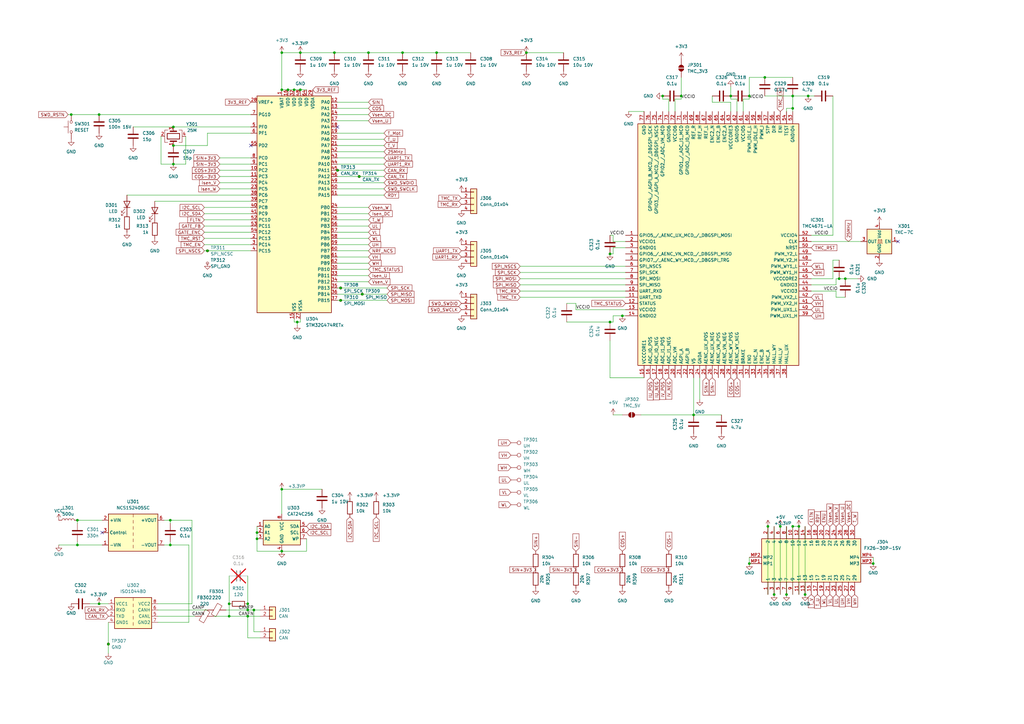
<source format=kicad_sch>
(kicad_sch (version 20231120) (generator "eeschema") (generator_version "8.0")
  (paper "A3")
  (junction (at 101.6 250.19))
  (junction (at 327.66 215.9))
  (junction (at 148.59 120.65))
  (junction (at 123.19 36.83))
  (junction (at 330.2 243.84))
  (junction (at 40.64 247.65))
  (junction (at 331.47 39.37))
  (junction (at 115.57 36.83))
  (junction (at 325.12 215.9))
  (junction (at 325.12 39.37))
  (junction (at 93.98 247.65))
  (junction (at 118.11 36.83))
  (junction (at 31.75 213.36))
  (junction (at 325.12 44.45))
  (junction (at 71.12 52.07))
  (junction (at 115.57 226.06))
  (junction (at 101.6 252.73))
  (junction (at 165.1 21.59))
  (junction (at 307.34 39.37))
  (junction (at 101.6 247.65))
  (junction (at 137.16 21.59))
  (junction (at 69.85 223.52))
  (junction (at 271.78 39.37))
  (junction (at 139.7 123.19))
  (junction (at 105.41 218.44))
  (junction (at 123.19 21.59))
  (junction (at 322.58 243.84))
  (junction (at 346.71 114.3))
  (junction (at 115.57 200.66))
  (junction (at 121.92 132.08))
  (junction (at 71.12 59.69))
  (junction (at 313.69 31.75))
  (junction (at 115.57 21.59))
  (junction (at 138.43 69.85))
  (junction (at 358.14 231.14))
  (junction (at 320.04 215.9))
  (junction (at 69.85 213.36))
  (junction (at 139.7 118.11))
  (junction (at 250.19 104.14))
  (junction (at 120.65 36.83))
  (junction (at 151.13 21.59))
  (junction (at 104.14 250.19))
  (junction (at 179.07 21.59))
  (junction (at 85.09 102.87))
  (junction (at 40.64 46.99))
  (junction (at 105.41 220.98))
  (junction (at 147.32 72.39))
  (junction (at 255.27 129.54))
  (junction (at 279.4 39.37))
  (junction (at 71.12 67.31))
  (junction (at 215.9 21.59))
  (junction (at 29.21 46.99))
  (junction (at 317.5 243.84))
  (junction (at 31.75 223.52))
  (junction (at 284.48 170.18))
  (junction (at 250.19 132.08))
  (junction (at 307.34 231.14))
  (junction (at 299.72 39.37))
  (junction (at 314.96 215.9))
  (junction (at 344.17 114.3))
  (junction (at 93.98 252.73))
  (junction (at 44.45 264.16))
  (no_connect (at 368.3 99.06))
  (no_connect (at 138.43 52.07))
  (no_connect (at 41.91 218.44))
  (no_connect (at 102.87 59.69))
  (wire (pts (xy 213.36 111.76) (xy 256.54 111.76)))
  (wire (pts (xy 151.13 21.59) (xy 165.1 21.59)))
  (wire (pts (xy 157.48 80.01) (xy 138.43 80.01)))
  (wire (pts (xy 292.1 41.91) (xy 292.1 39.37)))
  (wire (pts (xy 322.58 215.9) (xy 322.58 243.84)))
  (wire (pts (xy 93.98 236.22) (xy 93.98 247.65)))
  (wire (pts (xy 105.41 226.06) (xy 115.57 226.06)))
  (wire (pts (xy 90.17 72.39) (xy 102.87 72.39)))
  (wire (pts (xy 236.22 124.46) (xy 232.41 124.46)))
  (wire (pts (xy 115.57 36.83) (xy 118.11 36.83)))
  (wire (pts (xy 151.13 49.53) (xy 138.43 49.53)))
  (wire (pts (xy 327.66 215.9) (xy 325.12 215.9)))
  (wire (pts (xy 307.34 31.75) (xy 313.69 31.75)))
  (wire (pts (xy 325.12 44.45) (xy 325.12 39.37)))
  (wire (pts (xy 138.43 102.87) (xy 151.13 102.87)))
  (wire (pts (xy 284.48 170.18) (xy 284.48 154.94)))
  (wire (pts (xy 123.19 21.59) (xy 137.16 21.59)))
  (wire (pts (xy 40.64 46.99) (xy 102.87 46.99)))
  (wire (pts (xy 358.14 228.6) (xy 358.14 231.14)))
  (wire (pts (xy 299.72 45.72) (xy 299.72 41.91)))
  (wire (pts (xy 332.74 114.3) (xy 341.63 114.3)))
  (wire (pts (xy 123.19 132.08) (xy 123.19 130.81)))
  (wire (pts (xy 330.2 215.9) (xy 330.2 243.84)))
  (wire (pts (xy 287.02 154.94) (xy 287.02 163.83)))
  (wire (pts (xy 344.17 114.3) (xy 346.71 114.3)))
  (wire (pts (xy 158.75 118.11) (xy 139.7 118.11)))
  (wire (pts (xy 52.07 80.01) (xy 102.87 80.01)))
  (wire (pts (xy 132.08 200.66) (xy 115.57 200.66)))
  (wire (pts (xy 115.57 21.59) (xy 115.57 36.83)))
  (wire (pts (xy 342.9 121.92) (xy 346.71 121.92)))
  (wire (pts (xy 121.92 132.08) (xy 123.19 132.08)))
  (wire (pts (xy 256.54 101.6) (xy 251.46 101.6)))
  (wire (pts (xy 78.74 247.65) (xy 78.74 213.36)))
  (wire (pts (xy 251.46 101.6) (xy 251.46 104.14)))
  (wire (pts (xy 63.5 82.55) (xy 102.87 82.55)))
  (wire (pts (xy 151.13 44.45) (xy 138.43 44.45)))
  (wire (pts (xy 123.19 36.83) (xy 125.73 36.83)))
  (wire (pts (xy 262.89 170.18) (xy 284.48 170.18)))
  (wire (pts (xy 157.48 69.85) (xy 138.43 69.85)))
  (wire (pts (xy 69.85 222.25) (xy 69.85 223.52)))
  (wire (pts (xy 299.72 35.56) (xy 299.72 39.37)))
  (wire (pts (xy 105.41 220.98) (xy 105.41 226.06)))
  (wire (pts (xy 304.8 40.64) (xy 307.34 40.64)))
  (wire (pts (xy 69.85 223.52) (xy 77.47 223.52)))
  (wire (pts (xy 236.22 127) (xy 236.22 124.46)))
  (wire (pts (xy 83.82 97.79) (xy 102.87 97.79)))
  (wire (pts (xy 83.82 95.25) (xy 102.87 95.25)))
  (wire (pts (xy 69.85 213.36) (xy 69.85 214.63)))
  (wire (pts (xy 31.75 213.36) (xy 41.91 213.36)))
  (wire (pts (xy 250.19 132.08) (xy 251.46 132.08)))
  (wire (pts (xy 90.17 74.93) (xy 102.87 74.93)))
  (wire (pts (xy 92.71 250.19) (xy 101.6 250.19)))
  (wire (pts (xy 251.46 129.54) (xy 251.46 132.08)))
  (wire (pts (xy 342.9 119.38) (xy 342.9 121.92)))
  (wire (pts (xy 67.31 223.52) (xy 69.85 223.52)))
  (wire (pts (xy 24.13 223.52) (xy 31.75 223.52)))
  (wire (pts (xy 151.13 110.49) (xy 138.43 110.49)))
  (wire (pts (xy 302.26 45.72) (xy 302.26 40.64)))
  (wire (pts (xy 85.09 54.61) (xy 85.09 59.69)))
  (wire (pts (xy 151.13 95.25) (xy 138.43 95.25)))
  (wire (pts (xy 344.17 114.3) (xy 342.9 114.3)))
  (wire (pts (xy 31.75 223.52) (xy 41.91 223.52)))
  (wire (pts (xy 251.46 170.18) (xy 255.27 170.18)))
  (wire (pts (xy 313.69 39.37) (xy 325.12 39.37)))
  (wire (pts (xy 256.54 127) (xy 236.22 127)))
  (wire (pts (xy 151.13 105.41) (xy 138.43 105.41)))
  (wire (pts (xy 125.73 226.06) (xy 115.57 226.06)))
  (wire (pts (xy 147.32 72.39) (xy 138.43 72.39)))
  (wire (pts (xy 276.86 45.72) (xy 276.86 40.64)))
  (wire (pts (xy 344.17 106.68) (xy 341.63 106.68)))
  (wire (pts (xy 115.57 21.59) (xy 123.19 21.59)))
  (wire (pts (xy 31.75 213.36) (xy 31.75 214.63)))
  (wire (pts (xy 101.6 247.65) (xy 101.6 250.19)))
  (wire (pts (xy 106.68 259.08) (xy 104.14 259.08)))
  (wire (pts (xy 93.98 247.65) (xy 93.98 252.73)))
  (wire (pts (xy 157.48 54.61) (xy 138.43 54.61)))
  (wire (pts (xy 317.5 215.9) (xy 317.5 243.84)))
  (wire (pts (xy 325.12 39.37) (xy 331.47 39.37)))
  (wire (pts (xy 27.94 46.99) (xy 29.21 46.99)))
  (wire (pts (xy 213.36 109.22) (xy 256.54 109.22)))
  (wire (pts (xy 83.82 90.17) (xy 102.87 90.17)))
  (wire (pts (xy 256.54 99.06) (xy 251.46 99.06)))
  (wire (pts (xy 77.47 255.27) (xy 64.77 255.27)))
  (wire (pts (xy 157.48 74.93) (xy 138.43 74.93)))
  (wire (pts (xy 332.74 116.84) (xy 342.9 116.84)))
  (wire (pts (xy 125.73 220.98) (xy 125.73 226.06)))
  (wire (pts (xy 40.64 247.65) (xy 44.45 247.65)))
  (wire (pts (xy 64.77 252.73) (xy 80.01 252.73)))
  (wire (pts (xy 157.48 72.39) (xy 147.32 72.39)))
  (wire (pts (xy 148.59 120.65) (xy 158.75 120.65)))
  (wire (pts (xy 157.48 59.69) (xy 138.43 59.69)))
  (wire (pts (xy 90.17 64.77) (xy 102.87 64.77)))
  (wire (pts (xy 120.65 36.83) (xy 123.19 36.83)))
  (wire (pts (xy 151.13 90.17) (xy 138.43 90.17)))
  (wire (pts (xy 64.77 250.19) (xy 85.09 250.19)))
  (wire (pts (xy 215.9 21.59) (xy 231.14 21.59)))
  (wire (pts (xy 232.41 132.08) (xy 250.19 132.08)))
  (wire (pts (xy 101.6 236.22) (xy 101.6 247.65)))
  (wire (pts (xy 104.14 250.19) (xy 106.68 250.19)))
  (wire (pts (xy 322.58 44.45) (xy 325.12 44.45)))
  (wire (pts (xy 83.82 92.71) (xy 102.87 92.71)))
  (wire (pts (xy 138.43 120.65) (xy 148.59 120.65)))
  (wire (pts (xy 251.46 99.06) (xy 251.46 96.52)))
  (wire (pts (xy 85.09 59.69) (xy 71.12 59.69)))
  (wire (pts (xy 78.74 213.36) (xy 69.85 213.36)))
  (wire (pts (xy 69.85 213.36) (xy 67.31 213.36)))
  (wire (pts (xy 271.78 39.37) (xy 271.78 40.64)))
  (wire (pts (xy 118.11 36.83) (xy 120.65 36.83)))
  (wire (pts (xy 90.17 67.31) (xy 102.87 67.31)))
  (wire (pts (xy 44.45 267.97) (xy 44.45 264.16)))
  (wire (pts (xy 250.19 104.14) (xy 251.46 104.14)))
  (wire (pts (xy 31.75 223.52) (xy 31.75 222.25)))
  (wire (pts (xy 322.58 45.72) (xy 322.58 44.45)))
  (wire (pts (xy 106.68 261.62) (xy 101.6 261.62)))
  (wire (pts (xy 151.13 46.99) (xy 138.43 46.99)))
  (wire (pts (xy 120.65 132.08) (xy 121.92 132.08)))
  (wire (pts (xy 346.71 114.3) (xy 351.79 114.3)))
  (wire (pts (xy 302.26 40.64) (xy 299.72 40.64)))
  (wire (pts (xy 137.16 21.59) (xy 151.13 21.59)))
  (wire (pts (xy 165.1 21.59) (xy 179.07 21.59)))
  (wire (pts (xy 54.61 52.07) (xy 71.12 52.07)))
  (wire (pts (xy 120.65 132.08) (xy 120.65 130.81)))
  (wire (pts (xy 341.63 106.68) (xy 341.63 114.3)))
  (wire (pts (xy 151.13 87.63) (xy 138.43 87.63)))
  (wire (pts (xy 341.63 96.52) (xy 332.74 96.52)))
  (wire (pts (xy 213.36 119.38) (xy 256.54 119.38)))
  (wire (pts (xy 327.66 215.9) (xy 327.66 243.84)))
  (wire (pts (xy 213.36 121.92) (xy 256.54 121.92)))
  (wire (pts (xy 299.72 41.91) (xy 292.1 41.91)))
  (wire (pts (xy 139.7 118.11) (xy 138.43 118.11)))
  (wire (pts (xy 138.43 123.19) (xy 139.7 123.19)))
  (wire (pts (xy 307.34 40.64) (xy 307.34 39.37)))
  (wire (pts (xy 151.13 107.95) (xy 138.43 107.95)))
  (wire (pts (xy 151.13 113.03) (xy 138.43 113.03)))
  (wire (pts (xy 71.12 52.07) (xy 102.87 52.07)))
  (wire (pts (xy 341.63 39.37) (xy 341.63 96.52)))
  (wire (pts (xy 138.43 64.77) (xy 157.48 64.77)))
  (wire (pts (xy 66.04 67.31) (xy 71.12 67.31)))
  (wire (pts (xy 179.07 21.59) (xy 193.04 21.59)))
  (wire (pts (xy 29.21 46.99) (xy 40.64 46.99)))
  (wire (pts (xy 256.54 129.54) (xy 255.27 129.54)))
  (wire (pts (xy 157.48 62.23) (xy 138.43 62.23)))
  (wire (pts (xy 313.69 31.75) (xy 325.12 31.75)))
  (wire (pts (xy 157.48 57.15) (xy 138.43 57.15)))
  (wire (pts (xy 151.13 97.79) (xy 138.43 97.79)))
  (wire (pts (xy 213.36 116.84) (xy 256.54 116.84)))
  (wire (pts (xy 307.34 228.6) (xy 307.34 231.14)))
  (wire (pts (xy 101.6 252.73) (xy 106.68 252.73)))
  (wire (pts (xy 279.4 40.64) (xy 279.4 39.37)))
  (wire (pts (xy 83.82 85.09) (xy 102.87 85.09)))
  (wire (pts (xy 250.19 154.94) (xy 264.16 154.94)))
  (wire (pts (xy 274.32 45.72) (xy 274.32 40.64)))
  (wire (pts (xy 121.92 133.35) (xy 121.92 132.08)))
  (wire (pts (xy 90.17 69.85) (xy 102.87 69.85)))
  (wire (pts (xy 105.41 215.9) (xy 105.41 218.44)))
  (wire (pts (xy 85.09 102.87) (xy 102.87 102.87)))
  (wire (pts (xy 151.13 92.71) (xy 138.43 92.71)))
  (wire (pts (xy 36.83 247.65) (xy 40.64 247.65)))
  (wire (pts (xy 138.43 67.31) (xy 157.48 67.31)))
  (wire (pts (xy 251.46 96.52) (xy 250.19 96.52)))
  (wire (pts (xy 157.48 77.47) (xy 138.43 77.47)))
  (wire (pts (xy 151.13 100.33) (xy 138.43 100.33)))
  (wire (pts (xy 101.6 250.19) (xy 104.14 250.19)))
  (wire (pts (xy 342.9 116.84) (xy 342.9 114.3)))
  (wire (pts (xy 257.81 45.72) (xy 264.16 45.72)))
  (wire (pts (xy 77.47 223.52) (xy 77.47 255.27)))
  (wire (pts (xy 83.82 102.87) (xy 85.09 102.87)))
  (wire (pts (xy 76.2 55.88) (xy 76.2 67.31)))
  (wire (pts (xy 87.63 252.73) (xy 93.98 252.73)))
  (wire (pts (xy 90.17 77.47) (xy 102.87 77.47)))
  (wire (pts (xy 93.98 252.73) (xy 101.6 252.73)))
  (wire (pts (xy 279.4 31.75) (xy 279.4 39.37)))
  (wire (pts (xy 139.7 123.19) (xy 158.75 123.19)))
  (wire (pts (xy 64.77 247.65) (xy 78.74 247.65)))
  (wire (pts (xy 304.8 45.72) (xy 304.8 40.64)))
  (wire (pts (xy 66.04 55.88) (xy 66.04 67.31)))
  (wire (pts (xy 332.74 119.38) (xy 342.9 119.38)))
  (wire (pts (xy 104.14 259.08) (xy 104.14 250.19)))
  (wire (pts (xy 332.74 99.06) (xy 353.06 99.06)))
  (wire (pts (xy 284.48 170.18) (xy 295.91 170.18)))
  (wire (pts (xy 274.32 40.64) (xy 271.78 40.64)))
  (wire (pts (xy 213.36 114.3) (xy 256.54 114.3)))
  (wire (pts (xy 76.2 67.31) (xy 71.12 67.31)))
  (wire (pts (xy 105.41 218.44) (xy 105.41 220.98)))
  (wire (pts (xy 101.6 252.73) (xy 101.6 261.62)))
  (wire (pts (xy 151.13 41.91) (xy 138.43 41.91)))
  (wire (pts (xy 151.13 115.57) (xy 138.43 115.57)))
  (wire (pts (xy 320.04 215.9) (xy 320.04 243.84)))
  (wire (pts (xy 331.47 39.37) (xy 334.01 39.37)))
  (wire (pts (xy 44.45 264.16) (xy 44.45 255.27)))
  (wire (pts (xy 255.27 129.54) (xy 251.46 129.54)))
  (wire (pts (xy 83.82 87.63) (xy 102.87 87.63)))
  (wire (pts (xy 250.19 139.7) (xy 250.19 154.94)))
  (wire (pts (xy 325.12 45.72) (xy 325.12 44.45)))
  (wire (pts (xy 276.86 40.64) (xy 279.4 40.64)))
  (wire (pts (xy 307.34 39.37) (xy 307.34 31.75)))
  (wire (pts (xy 325.12 215.9) (xy 325.12 243.84)))
  (wire (pts (xy 83.82 100.33) (xy 102.87 100.33)))
  (wire (pts (xy 151.13 85.09) (xy 138.43 85.09)))
  (wire (pts (xy 115.57 200.66) (xy 115.57 210.82)))
  (wire (pts (xy 314.96 215.9) (xy 314.96 243.84)))
  (wire (pts (xy 299.72 39.37) (xy 299.72 40.64)))
  (wire (pts (xy 85.09 54.61) (xy 102.87 54.61)))
  (label "CANFP" (at 97.79 250.19 0))
  (label "CANP" (at 78.74 250.19 0))
  (label "VCCIO" (at 307.34 40.64 0))
  (label "VCCIO" (at 337.82 119.38 0))
  (label "VCCIO" (at 236.22 127 0))
  (label "VCCIO" (at 279.4 40.64 0))
  (label "VCCIO" (at 334.01 96.52 0))
  (label "CANN" (at 78.74 252.73 0))
  (label "VCCIO" (at 250.19 96.52 0))
  (label "CANFN" (at 97.79 252.73 0))
  (global_label "25MHz" (shape input) (at 347.98 99.06 90) (property "Intersheetrefs" "${INTERSHEET_REFS}" (effects (hide yes))))
  (global_label "WH" (shape input) (at 350.52 243.84 270) (property "Intersheetrefs" "${INTERSHEET_REFS}" (effects (hide yes))))
  (global_label "T_V" (shape input) (at 157.48 59.69 0) (property "Intersheetrefs" "${INTERSHEET_REFS}" (effects (hide yes))))
  (global_label "TMC_RX" (shape input) (at 189.23 83.82 180) (property "Intersheetrefs" "${INTERSHEET_REFS}" (effects (hide yes))))
  (global_label "RDY" (shape input) (at 335.28 215.9 90) (property "Intersheetrefs" "${INTERSHEET_REFS}" (effects (hide yes))))
  (global_label "T_U" (shape input) (at 157.48 57.15 0) (property "Intersheetrefs" "${INTERSHEET_REFS}" (effects (hide yes))))
  (global_label "Isen_DC" (shape input) (at 151.13 87.63 0) (property "Intersheetrefs" "${INTERSHEET_REFS}" (effects (hide yes))))
  (global_label "T_Mot" (shape input) (at 157.48 54.61 0) (property "Intersheetrefs" "${INTERSHEET_REFS}" (effects (hide yes))))
  (global_label "SIN+3V3" (shape input) (at 90.17 64.77 180) (property "Intersheetrefs" "${INTERSHEET_REFS}" (effects (hide yes))))
  (global_label "TMC_EN" (shape input) (at 83.82 100.33 180) (property "Intersheetrefs" "${INTERSHEET_REFS}" (effects (hide yes))))
  (global_label "SPI_NSCS" (shape input) (at 213.36 109.22 180) (property "Intersheetrefs" "${INTERSHEET_REFS}" (effects (hide yes))))
  (global_label "UART1_TX" (shape input) (at 189.23 102.87 180) (property "Intersheetrefs" "${INTERSHEET_REFS}" (effects (hide yes))))
  (global_label "I2C_SDA" (shape input) (at 83.82 87.63 180) (property "Intersheetrefs" "${INTERSHEET_REFS}" (effects (hide yes))))
  (global_label "SIN+" (shape input) (at 289.56 154.94 270) (property "Intersheetrefs" "${INTERSHEET_REFS}" (effects (hide yes))))
  (global_label "WH" (shape input) (at 209.55 191.77 180) (property "Intersheetrefs" "${INTERSHEET_REFS}" (effects (hide yes))))
  (global_label "SIN-" (shape input) (at 292.1 154.94 270) (property "Intersheetrefs" "${INTERSHEET_REFS}" (effects (hide yes))))
  (global_label "IV_NEG" (shape input) (at 274.32 154.94 270) (property "Intersheetrefs" "${INTERSHEET_REFS}" (effects (hide yes))))
  (global_label "I2C_SCL" (shape input) (at 83.82 85.09 180) (property "Intersheetrefs" "${INTERSHEET_REFS}" (effects (hide yes))))
  (global_label "Vsen_V" (shape input) (at 342.9 215.9 90) (property "Intersheetrefs" "${INTERSHEET_REFS}" (effects (hide yes))))
  (global_label "UART1_TX" (shape input) (at 157.48 64.77 0) (property "Intersheetrefs" "${INTERSHEET_REFS}" (effects (hide yes))))
  (global_label "UL" (shape input) (at 342.9 243.84 270) (property "Intersheetrefs" "${INTERSHEET_REFS}" (effects (hide yes))))
  (global_label "SWD_SWCLK" (shape input) (at 189.23 127 180) (property "Intersheetrefs" "${INTERSHEET_REFS}" (effects (hide yes))))
  (global_label "SPI_SCK" (shape input) (at 213.36 111.76 180) (property "Intersheetrefs" "${INTERSHEET_REFS}" (effects (hide yes))))
  (global_label "GATE_FB" (shape input) (at 83.82 92.71 180) (property "Intersheetrefs" "${INTERSHEET_REFS}" (effects (hide yes))))
  (global_label "UH" (shape input) (at 209.55 181.61 180) (property "Intersheetrefs" "${INTERSHEET_REFS}" (effects (hide yes))))
  (global_label "Vsen_DC" (shape input) (at 151.13 46.99 0) (property "Intersheetrefs" "${INTERSHEET_REFS}" (effects (hide yes))))
  (global_label "Vsen_W" (shape input) (at 340.36 215.9 90) (property "Intersheetrefs" "${INTERSHEET_REFS}" (effects (hide yes))))
  (global_label "TMC_TX" (shape input) (at 213.36 121.92 180) (property "Intersheetrefs" "${INTERSHEET_REFS}" (effects (hide yes))))
  (global_label "I2C_SDA" (shape input) (at 125.73 215.9 0) (property "Intersheetrefs" "${INTERSHEET_REFS}" (effects (hide yes))))
  (global_label "T_U" (shape input) (at 335.28 243.84 270) (property "Intersheetrefs" "${INTERSHEET_REFS}" (effects (hide yes))))
  (global_label "TMC_RX" (shape input) (at 213.36 119.38 180) (property "Intersheetrefs" "${INTERSHEET_REFS}" (effects (hide yes))))
  (global_label "Vsen_W" (shape input) (at 151.13 85.09 0) (property "Intersheetrefs" "${INTERSHEET_REFS}" (effects (hide yes))))
  (global_label "TMC_RST" (shape input) (at 83.82 97.79 180) (property "Intersheetrefs" "${INTERSHEET_REFS}" (effects (hide yes))))
  (global_label "Vsen_U" (shape input) (at 151.13 49.53 0) (property "Intersheetrefs" "${INTERSHEET_REFS}" (effects (hide yes))))
  (global_label "SIN-3V3" (shape input) (at 236.22 233.68 180) (property "Intersheetrefs" "${INTERSHEET_REFS}" (effects (hide yes))))
  (global_label "I2C_SCL" (shape input) (at 154.305 212.09 270) (property "Intersheetrefs" "${INTERSHEET_REFS}" (effects (hide yes))))
  (global_label "IU_NEG" (shape input) (at 269.24 154.94 270) (property "Intersheetrefs" "${INTERSHEET_REFS}" (effects (hide yes))))
  (global_label "SPI_MISO" (shape input) (at 213.36 116.84 180) (property "Intersheetrefs" "${INTERSHEET_REFS}" (effects (hide yes))))
  (global_label "SWD_SWCLK" (shape input) (at 157.48 77.47 0) (property "Intersheetrefs" "${INTERSHEET_REFS}" (effects (hide yes))))
  (global_label "VL" (shape input) (at 340.36 243.84 270) (property "Intersheetrefs" "${INTERSHEET_REFS}" (effects (hide yes))))
  (global_label "COS+3V3" (shape input) (at 90.17 69.85 180) (property "Intersheetrefs" "${INTERSHEET_REFS}" (effects (hide yes))))
  (global_label "TMC_STATUS" (shape input) (at 256.54 124.46 180) (property "Intersheetrefs" "${INTERSHEET_REFS}" (effects (hide yes))))
  (global_label "SWD_SWDIO" (shape input) (at 157.48 74.93 0) (property "Intersheetrefs" "${INTERSHEET_REFS}" (effects (hide yes))))
  (global_label "Vsen_V" (shape input) (at 151.13 115.57 0) (property "Intersheetrefs" "${INTERSHEET_REFS}" (effects (hide yes))))
  (global_label "COS-3V3" (shape input) (at 274.32 233.68 180) (property "Intersheetrefs" "${INTERSHEET_REFS}" (effects (hide yes))))
  (global_label "VL" (shape input) (at 332.74 121.92 0) (property "Intersheetrefs" "${INTERSHEET_REFS}" (effects (hide yes))))
  (global_label "UART1_RX" (shape input) (at 189.23 105.41 180) (property "Intersheetrefs" "${INTERSHEET_REFS}" (effects (hide yes))))
  (global_label "T_W" (shape input) (at 151.13 90.17 0) (property "Intersheetrefs" "${INTERSHEET_REFS}" (effects (hide yes))))
  (global_label "SPI_MOSI" (shape input) (at 213.36 114.3 180) (property "Intersheetrefs" "${INTERSHEET_REFS}" (effects (hide yes))))
  (global_label "3V3_REF" (shape input) (at 128.27 36.83 0) (property "Intersheetrefs" "${INTERSHEET_REFS}" (effects (hide yes))))
  (global_label "T_V" (shape input) (at 332.74 243.84 270) (property "Intersheetrefs" "${INTERSHEET_REFS}" (effects (hide yes))))
  (global_label "VL" (shape input) (at 151.13 95.25 0) (property "Intersheetrefs" "${INTERSHEET_REFS}" (effects (hide yes))))
  (global_label "SPI_MOSI" (shape input) (at 158.75 123.19 0) (property "Intersheetrefs" "${INTERSHEET_REFS}" (effects (hide yes))))
  (global_label "Isen_U" (shape input) (at 151.13 113.03 0) (property "Intersheetrefs" "${INTERSHEET_REFS}" (effects (hide yes))))
  (global_label "CAN_RX" (shape input) (at 157.48 69.85 0) (property "Intersheetrefs" "${INTERSHEET_REFS}" (effects (hide yes))))
  (global_label "SPI_SCK" (shape input) (at 158.75 118.11 0) (property "Intersheetrefs" "${INTERSHEET_REFS}" (effects (hide yes))))
  (global_label "WL" (shape input) (at 332.74 109.22 0) (property "Intersheetrefs" "${INTERSHEET_REFS}" (effects (hide yes))))
  (global_label "Vsen_U" (shape input) (at 345.44 215.9 90) (property "Intersheetrefs" "${INTERSHEET_REFS}" (effects (hide yes))))
  (global_label "SIN" (shape input) (at 151.13 41.91 0) (property "Intersheetrefs" "${INTERSHEET_REFS}" (effects (hide yes))))
  (global_label "T_W" (shape input) (at 350.52 215.9 90) (property "Intersheetrefs" "${INTERSHEET_REFS}" (effects (hide yes))))
  (global_label "COS-" (shape input) (at 302.26 154.94 270) (property "Intersheetrefs" "${INTERSHEET_REFS}" (effects (hide yes))))
  (global_label "WL" (shape input) (at 151.13 97.79 0) (property "Intersheetrefs" "${INTERSHEET_REFS}" (effects (hide yes))))
  (global_label "FLTN" (shape input) (at 83.82 90.17 180) (property "Intersheetrefs" "${INTERSHEET_REFS}" (effects (hide yes))))
  (global_label "SPI_NSCS" (shape input) (at 83.82 102.87 180) (property "Intersheetrefs" "${INTERSHEET_REFS}" (effects (hide yes))))
  (global_label "WH" (shape input) (at 151.13 107.95 0) (property "Intersheetrefs" "${INTERSHEET_REFS}" (effects (hide yes))))
  (global_label "SIN-3V3" (shape input) (at 90.17 67.31 180) (property "Intersheetrefs" "${INTERSHEET_REFS}" (effects (hide yes))))
  (global_label "UH" (shape input) (at 332.74 129.54 0) (property "Intersheetrefs" "${INTERSHEET_REFS}" (effects (hide yes))))
  (global_label "COS-" (shape input) (at 274.32 226.06 90) (property "Intersheetrefs" "${INTERSHEET_REFS}" (effects (hide yes))))
  (global_label "VH" (shape input) (at 347.98 243.84 270) (property "Intersheetrefs" "${INTERSHEET_REFS}" (effects (hide yes))))
  (global_label "IU_POS" (shape input) (at 266.7 154.94 270) (property "Intersheetrefs" "${INTERSHEET_REFS}" (effects (hide yes))))
  (global_label "CAN_RX" (shape input) (at 44.45 250.19 180) (property "Intersheetrefs" "${INTERSHEET_REFS}" (effects (hide yes))))
  (global_label "UL" (shape input) (at 151.13 92.71 0) (property "Intersheetrefs" "${INTERSHEET_REFS}" (effects (hide yes))))
  (global_label "WL" (shape input) (at 209.55 207.01 180) (property "Intersheetrefs" "${INTERSHEET_REFS}" (effects (hide yes))))
  (global_label "SWD_RSTN" (shape input) (at 27.94 46.99 180) (property "Intersheetrefs" "${INTERSHEET_REFS}" (effects (hide yes))))
  (global_label "SIN+" (shape input) (at 219.71 226.06 90) (property "Intersheetrefs" "${INTERSHEET_REFS}" (effects (hide yes))))
  (global_label "I2C_SCL" (shape input) (at 125.73 218.44 0) (property "Intersheetrefs" "${INTERSHEET_REFS}" (effects (hide yes))))
  (global_label "Isen_W" (shape input) (at 90.17 77.47 180) (property "Intersheetrefs" "${INTERSHEET_REFS}" (effects (hide yes))))
  (global_label "COS+" (shape input) (at 255.27 226.06 90) (property "Intersheetrefs" "${INTERSHEET_REFS}" (effects (hide yes))))
  (global_label "UL" (shape input) (at 332.74 127 0) (property "Intersheetrefs" "${INTERSHEET_REFS}" (effects (hide yes))))
  (global_label "25MHz" (shape input) (at 157.48 62.23 0) (property "Intersheetrefs" "${INTERSHEET_REFS}" (effects (hide yes))))
  (global_label "I2C_SDA" (shape input) (at 143.51 212.09 270) (property "Intersheetrefs" "${INTERSHEET_REFS}" (effects (hide yes))))
  (global_label "CAN_TX" (shape input) (at 157.48 72.39 0) (property "Intersheetrefs" "${INTERSHEET_REFS}" (effects (hide yes))))
  (global_label "VH" (shape input) (at 151.13 105.41 0) (property "Intersheetrefs" "${INTERSHEET_REFS}" (effects (hide yes))))
  (global_label "IV_POS" (shape input) (at 271.78 154.94 270) (property "Intersheetrefs" "${INTERSHEET_REFS}" (effects (hide yes))))
  (global_label "COS-3V3" (shape input) (at 90.17 72.39 180) (property "Intersheetrefs" "${INTERSHEET_REFS}" (effects (hide yes))))
  (global_label "VH" (shape input) (at 332.74 124.46 0) (property "Intersheetrefs" "${INTERSHEET_REFS}" (effects (hide yes))))
  (global_label "SPI_MISO" (shape input) (at 158.75 120.65 0) (property "Intersheetrefs" "${INTERSHEET_REFS}" (effects (hide yes))))
  (global_label "FLTN" (shape input) (at 332.74 215.9 90) (property "Intersheetrefs" "${INTERSHEET_REFS}" (effects (hide yes))))
  (global_label "Vsen_DC" (shape input) (at 347.98 215.9 90) (property "Intersheetrefs" "${INTERSHEET_REFS}" (effects (hide yes))))
  (global_label "UART1_RX" (shape input) (at 157.48 67.31 0) (property "Intersheetrefs" "${INTERSHEET_REFS}" (effects (hide yes))))
  (global_label "RDY" (shape input) (at 157.48 80.01 0) (property "Intersheetrefs" "${INTERSHEET_REFS}" (effects (hide yes))))
  (global_label "COS" (shape input) (at 151.13 44.45 0) (property "Intersheetrefs" "${INTERSHEET_REFS}" (effects (hide yes))))
  (global_label "SIN-" (shape input) (at 236.22 226.06 90) (property "Intersheetrefs" "${INTERSHEET_REFS}" (effects (hide yes))))
  (global_label "3V3_REF" (shape input) (at 102.87 41.91 180) (property "Intersheetrefs" "${INTERSHEET_REFS}" (effects (hide yes))))
  (global_label "NRF_NCS" (shape input) (at 151.13 102.87 0) (property "Intersheetrefs" "${INTERSHEET_REFS}" (effects (hide yes))))
  (global_label "VH" (shape input) (at 209.55 186.69 180) (property "Intersheetrefs" "${INTERSHEET_REFS}" (effects (hide yes))))
  (global_label "Isen_V" (shape input) (at 90.17 74.93 180) (property "Intersheetrefs" "${INTERSHEET_REFS}" (effects (hide yes))))
  (global_label "SIN+3V3" (shape input) (at 219.71 233.68 180) (property "Intersheetrefs" "${INTERSHEET_REFS}" (effects (hide yes))))
  (global_label "SWD_SWDIO" (shape input) (at 189.23 124.46 180) (property "Intersheetrefs" "${INTERSHEET_REFS}" (effects (hide yes))))
  (global_label "TMC_EN" (shape input) (at 320.04 45.72 90) (property "Intersheetrefs" "${INTERSHEET_REFS}" (effects (hide yes))))
  (global_label "GATE_ENC" (shape input) (at 83.82 95.25 180) (property "Intersheetrefs" "${INTERSHEET_REFS}" (effects (hide yes))))
  (global_label "WH" (shape input) (at 332.74 111.76 0) (property "Intersheetrefs" "${INTERSHEET_REFS}" (effects (hide yes))))
  (global_label "ENU" (shape input) (at 337.82 215.9 90) (property "Intersheetrefs" "${INTERSHEET_REFS}" (effects (hide yes))))
  (global_label "UH" (shape input) (at 345.44 243.84 270) (property "Intersheetrefs" "${INTERSHEET_REFS}" (effects (hide yes))))
  (global_label "UH" (shape input) (at 151.13 100.33 0) (property "Intersheetrefs" "${INTERSHEET_REFS}" (effects (hide yes))))
  (global_label "COS+" (shape input) (at 299.72 154.94 270) (property "Intersheetrefs" "${INTERSHEET_REFS}" (effects (hide yes))))
  (global_label "3V3_REF" (shape input) (at 215.9 21.59 180) (property "Intersheetrefs" "${INTERSHEET_REFS}" (effects (hide yes))))
  (global_label "WL" (shape input) (at 337.82 243.84 270) (property "Intersheetrefs" "${INTERSHEET_REFS}" (effects (hide yes))))
  (global_label "COS+3V3" (shape input) (at 255.27 233.68 180) (property "Intersheetrefs" "${INTERSHEET_REFS}" (effects (hide yes))))
  (global_label "UL" (shape input) (at 209.55 196.85 180) (property "Intersheetrefs" "${INTERSHEET_REFS}" (effects (hide yes))))
  (global_label "CAN_TX" (shape input) (at 44.45 252.73 180) (property "Intersheetrefs" "${INTERSHEET_REFS}" (effects (hide yes))))
  (global_label "VL" (shape input) (at 209.55 201.93 180) (property "Intersheetrefs" "${INTERSHEET_REFS}" (effects (hide yes))))
  (global_label "TMC_RST" (shape input) (at 332.74 101.6 0) (property "Intersheetrefs" "${INTERSHEET_REFS}" (effects (hide yes))))
  (global_label "TMC_TX" (shape input) (at 189.23 81.28 180) (property "Intersheetrefs" "${INTERSHEET_REFS}" (effects (hide yes))))
  (global_label "TMC_STATUS" (shape input) (at 151.13 110.49 0) (property "Intersheetrefs" "${INTERSHEET_REFS}" (effects (hide yes))))
  (symbol (lib_id "Device:R") (at 52.07 91.44 0) (mirror y) (unit 1)
    (property "Reference" "R312" (at 49.53 90.17 0) (effects (justify left)))
    (property "Value" "1k" (at 49.53 92.71 0) (effects (justify left)))
    (property "Footprint" "Resistor_SMD:R_0603_1608Metric" (effects (hide yes)))
  )
  (symbol (lib_id "Device:C") (at 31.75 218.44 0) (unit 1)
    (property "Reference" "C301" (at 35.56 217.1699 0) (effects (justify left)))
    (property "Value" "330n" (at 35.56 219.7099 0) (effects (justify left)))
    (property "Footprint" "Capacitor_SMD:C_0603_1608Metric" (effects (hide yes)))
    (property "Description" "Unpolarized capacitor" (effects (hide yes)))
  )
  (symbol (lib_id "power:+3V3") (at 189.23 100.33 0) (unit 1)
    (property "Reference" "#PWR0357" (effects (hide yes)))
    (property "Value" "+3V3" (at 189.23 95.25 0))
  )
  (symbol (lib_id "power:GND") (at 54.61 59.69 0) (unit 1)
    (property "Reference" "#PWR0327" (effects (hide yes)))
    (property "Value" "GND" (at 54.61 64.77 0))
  )
  (symbol (lib_id "power:GND") (at 331.47 39.37 0) (unit 1)
    (property "Reference" "#PWR0347" (effects (hide yes)))
    (property "Value" "GND" (at 331.47 44.45 0))
  )
  (symbol (lib_id "power:GND") (at 123.19 29.21 0) (unit 1)
    (property "Reference" "#PWR0334" (effects (hide yes)))
    (property "Value" "GND" (at 123.19 34.29 0))
  )
  (symbol (lib_id "power:GND") (at 29.21 57.15 0) (unit 1)
    (property "Reference" "#PWR0325" (effects (hide yes)))
    (property "Value" "GND" (at 29.21 62.23 0))
  )
  (symbol (lib_id "power:GND") (at 330.2 243.84 0) (mirror y) (unit 1)
    (property "Reference" "#PWR0317" (effects (hide yes)))
    (property "Value" "GND" (at 330.2 247.65 0))
    (property "Description" "Power symbol creates a global label with name \"GND\" , ground" (effects (hide yes)))
  )
  (symbol (lib_id "Device:C") (at 303.53 39.37 90) (unit 1)
    (property "Reference" "C318" (at 303.53 31.75 90))
    (property "Value" "0.1u" (at 303.53 34.29 90))
    (property "Footprint" "Capacitor_SMD:C_0603_1608Metric" (effects (hide yes)))
    (property "Description" "Unpolarized capacitor" (effects (hide yes)))
  )
  (symbol (lib_id "Connector:TestPoint") (at 209.55 191.77 270) (unit 1)
    (property "Reference" "TP303" (at 214.63 190.4999 90) (effects (justify left)))
    (property "Value" "WH" (at 214.63 193.0399 90) (effects (justify left)))
    (property "Footprint" "TestPoint:TestPoint_Pad_D1.0mm" (effects (hide yes)))
    (property "Description" "test point" (effects (hide yes)))
  )
  (symbol (lib_id "Connector:TestPoint") (at 209.55 186.69 270) (unit 1)
    (property "Reference" "TP302" (at 214.63 185.4199 90) (effects (justify left)))
    (property "Value" "VH" (at 214.63 187.9599 90) (effects (justify left)))
    (property "Footprint" "TestPoint:TestPoint_Pad_D1.0mm" (effects (hide yes)))
    (property "Description" "test point" (effects (hide yes)))
  )
  (symbol (lib_id "power:GND") (at 121.92 133.35 0) (unit 1)
    (property "Reference" "#PWR0333" (effects (hide yes)))
    (property "Value" "GND" (at 121.92 138.43 0))
  )
  (symbol (lib_id "power:GND") (at 189.23 129.54 0) (unit 1)
    (property "Reference" "#PWR0342" (effects (hide yes)))
    (property "Value" "GND" (at 189.23 134.62 0))
  )
  (symbol (lib_id "Connector_Generic:Conn_01x04") (at 194.31 102.87 0) (unit 1)
    (property "Reference" "J305" (at 196.85 102.8699 0) (effects (justify left)))
    (property "Value" "Conn_01x04" (at 196.85 105.4099 0) (effects (justify left)))
    (property "Footprint" "Connector_PinHeader_2.54mm:PinHeader_1x04_P2.54mm_Vertical" (effects (hide yes)))
    (property "Description" "Generic connector, single row, 01x04, script generated (kicad-library-utils/schlib/autogen/connector/)" (effects (hide yes)))
  )
  (symbol (lib_id "Device:C") (at 295.91 173.99 180) (unit 1)
    (property "Reference" "C327" (at 299.72 172.7199 0) (effects (justify right)))
    (property "Value" "4.7u" (at 299.72 175.2599 0) (effects (justify right)))
    (property "Footprint" "Capacitor_SMD:C_0603_1608Metric" (effects (hide yes)))
    (property "Description" "Unpolarized capacitor" (effects (hide yes)))
  )
  (symbol (lib_id "Device:C") (at 346.71 118.11 0) (unit 1)
    (property "Reference" "C320" (at 354.33 118.11 90))
    (property "Value" "0.1u" (at 351.79 118.11 90))
    (property "Footprint" "Capacitor_SMD:C_0603_1608Metric" (effects (hide yes)))
    (property "Description" "Unpolarized capacitor" (effects (hide yes)))
  )
  (symbol (lib_id "Switch:SW_Push") (at 29.21 52.07 90) (unit 1)
    (property "Reference" "SW301" (at 30.48 50.8 90) (effects (justify right)))
    (property "Value" "RESET" (at 30.48 53.34 90) (effects (justify right)))
    (property "Footprint" "Button_Switch_SMD:SW_Push_1P1T_XKB_TS-1187A" (effects (hide yes)))
  )
  (symbol (lib_id "Connector_Generic:Conn_01x04") (at 194.31 81.28 0) (unit 1)
    (property "Reference" "J306" (at 196.85 81.2799 0) (effects (justify left)))
    (property "Value" "Conn_01x04" (at 196.85 83.8199 0) (effects (justify left)))
    (property "Footprint" "Connector_PinHeader_2.54mm:PinHeader_1x04_P2.54mm_Vertical" (effects (hide yes)))
    (property "Description" "Generic connector, single row, 01x04, script generated (kicad-library-utils/schlib/autogen/connector/)" (effects (hide yes)))
  )
  (symbol (lib_id "power:+3V3") (at 154.305 204.47 0) (unit 1)
    (property "Reference" "#PWR0310" (effects (hide yes)))
    (property "Value" "+3.3VP" (at 156.845 203.1999 0) (effects (justify left)))
    (property "Description" "Power symbol creates a global label with name \"+3V3\"" (effects (hide yes)))
  )
  (symbol (lib_id "power:GND") (at 63.5 97.79 0) (mirror y) (unit 1)
    (property "Reference" "#PWR0329" (effects (hide yes)))
    (property "Value" "GND" (at 63.5 102.87 0))
  )
  (symbol (lib_id "Device:C") (at 97.79 236.22 90) (unit 1) (dnp yes)
    (property "Reference" "C316" (at 97.79 228.6 90))
    (property "Value" "0.1u" (at 97.79 231.14 90))
    (property "Footprint" "Capacitor_SMD:C_0603_1608Metric" (effects (hide yes)))
    (property "Description" "Unpolarized capacitor" (effects (hide yes)))
  )
  (symbol (lib_id "power:GND") (at 271.78 39.37 270) (unit 1)
    (property "Reference" "#PWR0349" (effects (hide yes)))
    (property "Value" "GND" (at 267.97 39.3699 90) (effects (justify right)))
  )
  (symbol (lib_id "Oscillator:TXC-7C") (at 360.68 99.06 0) (mirror y) (unit 1) (on_board no)
    (property "Reference" "X301" (at 370.84 92.7414 0))
    (property "Value" "TXC-7C" (at 370.84 95.2814 0))
    (property "Footprint" "Oscillator:Oscillator_SMD_TXC_7C-4Pin_5.0x3.2mm" (effects (hide yes)))
    (property "Datasheet" "http://www.txccorp.com/download/products/osc/7C_o.pdf" (effects (hide yes)))
    (property "Description" "CMOS SMD Crystal Clock Oscillator, TXC" (effects (hide yes)))
  )
  (symbol (lib_id "power:GND") (at 274.32 241.3 0) (unit 1)
    (property "Reference" "#PWR0322" (effects (hide yes)))
    (property "Value" "GND" (at 274.32 246.38 0))
  )
  (symbol (lib_id "power:GND") (at 24.13 223.52 0) (unit 1)
    (property "Reference" "#PWR0302" (effects (hide yes)))
    (property "Value" "GND" (at 24.13 227.33 0))
    (property "Description" "Power symbol creates a global label with name \"GND\" , ground" (effects (hide yes)))
  )
  (symbol (lib_id "Device:R") (at 236.22 229.87 180) (unit 1)
    (property "Reference" "R306" (at 238.76 228.5999 0) (effects (justify right)))
    (property "Value" "10k" (at 238.76 231.1399 0) (effects (justify right)))
    (property "Footprint" "Resistor_SMD:R_0603_1608Metric" (effects (hide yes)))
    (property "Description" "Resistor" (effects (hide yes)))
  )
  (symbol (lib_id "Device:R") (at 255.27 229.87 180) (unit 1)
    (property "Reference" "R308" (at 257.81 228.5999 0) (effects (justify right)))
    (property "Value" "10k" (at 257.81 231.1399 0) (effects (justify right)))
    (property "Footprint" "Resistor_SMD:R_0603_1608Metric" (effects (hide yes)))
    (property "Description" "Resistor" (effects (hide yes)))
  )
  (symbol (lib_id "power:GND") (at 307.34 231.14 0) (mirror y) (unit 1)
    (property "Reference" "#PWR0311" (effects (hide yes)))
    (property "Value" "GND" (at 307.34 234.95 0))
    (property "Description" "Power symbol creates a global label with name \"GND\" , ground" (effects (hide yes)))
  )
  (symbol (lib_id "power:+5V") (at 320.04 215.9 0) (mirror y) (unit 1)
    (property "Reference" "#PWR0314" (effects (hide yes)))
    (property "Value" "+5V" (at 320.04 212.09 0))
    (property "Description" "Power symbol creates a global label with name \"+5V\"" (effects (hide yes)))
  )
  (symbol (lib_id "power:GND") (at 193.04 29.21 0) (unit 1)
    (property "Reference" "#PWR0323" (effects (hide yes)))
    (property "Value" "GND" (at 193.04 34.29 0))
  )
  (symbol (lib_id "power:+3V3") (at 143.51 204.47 0) (unit 1)
    (property "Reference" "#PWR0309" (effects (hide yes)))
    (property "Value" "+3.3VP" (at 146.05 203.1999 0) (effects (justify left)))
    (property "Description" "Power symbol creates a global label with name \"+3V3\"" (effects (hide yes)))
  )
  (symbol (lib_id "Device:C") (at 344.17 110.49 0) (unit 1)
    (property "Reference" "C321" (at 351.79 110.49 90))
    (property "Value" "0.1u" (at 349.25 110.49 90))
    (property "Footprint" "Capacitor_SMD:C_0603_1608Metric" (effects (hide yes)))
    (property "Description" "Unpolarized capacitor" (effects (hide yes)))
  )
  (symbol (lib_id "Device:Crystal_GND24") (at 71.12 55.88 90) (unit 1)
    (property "Reference" "Y301" (at 78.74 50.9268 90))
    (property "Value" "25M" (at 78.74 53.4668 90))
    (property "Footprint" "Crystal:Crystal_SMD_3225-4Pin_3.2x2.5mm" (effects (hide yes)))
    (property "Description" "Four pin crystal, GND on pins 2 and 4" (effects (hide yes)))
  )
  (symbol (lib_id "Device:R") (at 219.71 229.87 180) (unit 1)
    (property "Reference" "R304" (at 222.25 228.5999 0) (effects (justify right)))
    (property "Value" "10k" (at 222.25 231.1399 0) (effects (justify right)))
    (property "Footprint" "Resistor_SMD:R_0603_1608Metric" (effects (hide yes)))
    (property "Description" "Resistor" (effects (hide yes)))
  )
  (symbol (lib_id "Device:R") (at 255.27 237.49 0) (unit 1)
    (property "Reference" "R309" (at 260.35 237.49 90))
    (property "Value" "20k" (at 257.81 237.49 90))
    (property "Footprint" "Resistor_SMD:R_0603_1608Metric" (effects (hide yes)))
    (property "Description" "Resistor" (effects (hide yes)))
  )
  (symbol (lib_id "power:+3V3") (at 279.4 24.13 0) (unit 1)
    (property "Reference" "#PWR0356" (effects (hide yes)))
    (property "Value" "+3V3" (at 279.4 19.05 0))
  )
  (symbol (lib_id "power:+3V3") (at 189.23 121.92 0) (unit 1)
    (property "Reference" "#PWR0339" (effects (hide yes)))
    (property "Value" "+3V3" (at 189.23 116.84 0))
  )
  (symbol (lib_id "power:+3V3") (at 115.57 21.59 0) (unit 1)
    (property "Reference" "#PWR0332" (effects (hide yes)))
    (property "Value" "+3V3" (at 115.57 16.51 0))
  )
  (symbol (lib_id "Device:C") (at 69.85 218.44 0) (unit 1)
    (property "Reference" "C303" (at 73.66 217.1699 0) (effects (justify left)))
    (property "Value" "0.1u" (at 73.66 219.7099 0) (effects (justify left)))
    (property "Footprint" "Capacitor_SMD:C_0603_1608Metric" (effects (hide yes)))
    (property "Description" "Unpolarized capacitor" (effects (hide yes)))
  )
  (symbol (lib_id "Samacsys_kicad_sym:FX26-30P-1SV") (at 307.34 228.6 0) (unit 1)
    (property "Reference" "J304" (at 361.95 222.2814 0))
    (property "Value" "FX26-30P-1SV" (at 361.95 224.8214 0))
    (property "Footprint" "Samacsys:FX2630P1SV" (effects (hide yes)))
    (property "Datasheet" "https://www.hirose.com/en/product/document?clcode=CL0576-1003-0-00&productname=FX26-30P-1SV&series=FX26&documenttype=2DDrawing&lang=en&documentid=0001311927" (effects (hide yes)))
    (property "Description" "30 Position Connector Plug, Floating Surface Mount Gold" (effects (hide yes)))
    (property "Height" "10.45" (effects (hide yes)))
    (property "Mouser Part Number" "798-FX2630P1SV" (effects (hide yes)))
    (property "Mouser Price/Stock" "https://www.mouser.co.uk/ProductDetail/Hirose-Connector/FX26-30P-1SV?qs=4ASt3YYao0VDFwZb5o0YJA%3D%3D" (effects (hide yes)))
    (property "Manufacturer_Name" "Hirose" (effects (hide yes)))
    (property "Manufacturer_Part_Number" "FX26-30P-1SV" (effects (hide yes)))
  )
  (symbol (lib_id "power:GND") (at 189.23 107.95 0) (unit 1)
    (property "Reference" "#PWR0358" (effects (hide yes)))
    (property "Value" "GND" (at 189.23 113.03 0))
  )
  (symbol (lib_id "Device:R") (at 236.22 237.49 0) (unit 1)
    (property "Reference" "R307" (at 241.3 237.49 90))
    (property "Value" "20k" (at 238.76 237.49 90))
    (property "Footprint" "Resistor_SMD:R_0603_1608Metric" (effects (hide yes)))
    (property "Description" "Resistor" (effects (hide yes)))
  )
  (symbol (lib_id "Device:R") (at 63.5 93.98 0) (mirror y) (unit 1)
    (property "Reference" "R313" (at 60.96 92.71 0) (effects (justify left)))
    (property "Value" "1k" (at 60.96 95.25 0) (effects (justify left)))
    (property "Footprint" "Resistor_SMD:R_0603_1608Metric" (effects (hide yes)))
  )
  (symbol (lib_id "Device:C") (at 137.16 25.4 0) (unit 1)
    (property "Reference" "C310" (at 140.97 24.13 0) (effects (justify left)))
    (property "Value" "1u 10V" (at 140.97 26.67 0) (effects (justify left)))
    (property "Footprint" "Capacitor_SMD:C_0603_1608Metric" (effects (hide yes)))
  )
  (symbol (lib_id "Connector:TestPoint_Small") (at 147.32 72.39 270) (unit 1)
    (property "Reference" "TP314" (at 148.59 71.1199 90) (effects (justify left)))
    (property "Value" "CAN_TX" (at 148.59 73.6599 90) (effects (justify left)))
    (property "Footprint" "TestPoint:TestPoint_Pad_D1.0mm" (effects (hide yes)))
    (property "Description" "test point" (effects (hide yes)))
  )
  (symbol (lib_id "Device:C") (at 295.91 39.37 90) (unit 1)
    (property "Reference" "C326" (at 295.91 31.75 90))
    (property "Value" "0.1u" (at 295.91 34.29 90))
    (property "Footprint" "Capacitor_SMD:C_0603_1608Metric" (effects (hide yes)))
    (property "Description" "Unpolarized capacitor" (effects (hide yes)))
  )
  (symbol (lib_id "Device:C") (at 231.14 25.4 0) (unit 1)
    (property "Reference" "C315" (at 234.95 24.13 0) (effects (justify left)))
    (property "Value" "10u 10V" (at 234.95 26.67 0) (effects (justify left)))
    (property "Footprint" "Capacitor_SMD:C_0603_1608Metric" (effects (hide yes)))
  )
  (symbol (lib_id "power:GND") (at 52.07 95.25 0) (mirror y) (unit 1)
    (property "Reference" "#PWR0324" (effects (hide yes)))
    (property "Value" "GND" (at 52.07 100.33 0))
  )
  (symbol (lib_id "Device:R") (at 154.305 208.28 180) (unit 1)
    (property "Reference" "R303" (at 156.845 207.0099 0) (effects (justify right)))
    (property "Value" "10k" (at 156.845 209.5499 0) (effects (justify right)))
    (property "Footprint" "Resistor_SMD:R_0603_1608Metric" (effects (hide yes)))
    (property "Description" "Resistor" (effects (hide yes)))
  )
  (symbol (lib_id "power:GND") (at 189.23 86.36 0) (unit 1)
    (property "Reference" "#PWR0361" (effects (hide yes)))
    (property "Value" "GND" (at 189.23 91.44 0))
  )
  (symbol (lib_id "power:GND") (at 29.21 247.65 0) (unit 1)
    (property "Reference" "#PWR0303" (effects (hide yes)))
    (property "Value" "GND" (at 29.21 251.46 0))
    (property "Description" "Power symbol creates a global label with name \"GND\" , ground" (effects (hide yes)))
  )
  (symbol (lib_id "Device:C") (at 325.12 35.56 180) (unit 1)
    (property "Reference" "C328" (at 328.93 34.2899 0) (effects (justify right)))
    (property "Value" "4.7u" (at 328.93 36.8299 0) (effects (justify right)))
    (property "Footprint" "Capacitor_SMD:C_0603_1608Metric" (effects (hide yes)))
    (property "Description" "Unpolarized capacitor" (effects (hide yes)))
  )
  (symbol (lib_id "Converter_DCDC:NCS1S2405SC") (at 54.61 218.44 0) (unit 1)
    (property "Reference" "U301" (at 54.61 205.74 0))
    (property "Value" "NCS1S2405SC" (at 54.61 208.28 0))
    (property "Footprint" "Converter_DCDC:Converter_DCDC_Murata_NCS1SxxxxSC_THT" (effects (hide yes)))
    (property "Datasheet" "https://power.murata.com/data/power/ncl/kdc_ncs1.pdf" (effects (hide yes)))
    (property "Description" "Isolated 1W 4:1 input DC/DC converter module, 9-36V input voltage, 5.0V output voltage, SIP" (effects (hide yes)))
  )
  (symbol (lib_id "Device:C") (at 54.61 55.88 180) (unit 1)
    (property "Reference" "C306" (at 58.42 54.61 0) (effects (justify right)))
    (property "Value" "15p" (at 58.42 57.15 0) (effects (justify right)))
    (property "Footprint" "Capacitor_SMD:C_0603_1608Metric" (effects (hide yes)))
  )
  (symbol (lib_id "power:GND") (at 115.57 226.06 0) (unit 1)
    (property "Reference" "#PWR0307" (effects (hide yes)))
    (property "Value" "GND" (at 115.57 231.14 0))
  )
  (symbol (lib_id "Device:C") (at 250.19 100.33 180) (unit 1)
    (property "Reference" "C323" (at 242.57 100.33 90))
    (property "Value" "0.1u" (at 245.11 100.33 90))
    (property "Footprint" "Capacitor_SMD:C_0603_1608Metric" (effects (hide yes)))
    (property "Description" "Unpolarized capacitor" (effects (hide yes)))
  )
  (symbol (lib_id "power:VCC") (at 327.66 215.9 0) (mirror y) (unit 1)
    (property "Reference" "#PWR0316" (effects (hide yes)))
    (property "Value" "VCC" (at 327.66 212.09 0))
    (property "Description" "Power symbol creates a global label with name \"VCC\"" (effects (hide yes)))
  )
  (symbol (lib_id "Connector:TestPoint_Small") (at 85.09 102.87 270) (unit 1)
    (property "Reference" "TP311" (at 86.36 101.5999 90) (effects (justify left)))
    (property "Value" "SPI_NCSC" (at 86.36 104.1399 90) (effects (justify left)))
    (property "Footprint" "TestPoint:TestPoint_Pad_D1.0mm" (effects (hide yes)))
    (property "Description" "test point" (effects (hide yes)))
  )
  (symbol (lib_id "power:GND") (at 284.48 177.8 0) (unit 1)
    (property "Reference" "#PWR0345" (effects (hide yes)))
    (property "Value" "GND" (at 284.48 182.88 0))
  )
  (symbol (lib_id "Device:C") (at 151.13 25.4 0) (unit 1)
    (property "Reference" "C311" (at 154.94 24.13 0) (effects (justify left)))
    (property "Value" "1u 10V" (at 154.94 26.67 0) (effects (justify left)))
    (property "Footprint" "Capacitor_SMD:C_0603_1608Metric" (effects (hide yes)))
  )
  (symbol (lib_id "Connector_Generic:Conn_01x02") (at 111.76 250.19 0) (unit 1)
    (property "Reference" "J301" (at 114.3 250.1899 0) (effects (justify left)))
    (property "Value" "CAN" (at 114.3 252.7299 0) (effects (justify left)))
    (property "Footprint" "Connector_JST:JST_XH_B2B-XH-A_1x02_P2.50mm_Vertical" (effects (hide yes)))
    (property "Description" "Generic connector, single row, 01x02, script generated (kicad-library-utils/schlib/autogen/connector/)" (effects (hide yes)))
  )
  (symbol (lib_id "power:+3V3") (at 215.9 21.59 0) (unit 1)
    (property "Reference" "#PWR0340" (effects (hide yes)))
    (property "Value" "+3V3" (at 215.9 16.51 0))
  )
  (symbol (lib_id "power:GND") (at 317.5 243.84 0) (mirror y) (unit 1)
    (property "Reference" "#PWR0313" (effects (hide yes)))
    (property "Value" "GND" (at 317.5 247.65 0))
    (property "Description" "Power symbol creates a global label with name \"GND\" , ground" (effects (hide yes)))
  )
  (symbol (lib_id "Device:C") (at 33.02 247.65 90) (unit 1)
    (property "Reference" "C302" (at 33.02 240.03 90))
    (property "Value" "0.1u" (at 33.02 242.57 90))
    (property "Footprint" "Capacitor_SMD:C_0603_1608Metric" (effects (hide yes)))
    (property "Description" "Unpolarized capacitor" (effects (hide yes)))
  )
  (symbol (lib_id "Connector:TestPoint") (at 209.55 207.01 270) (unit 1)
    (property "Reference" "TP306" (at 214.63 205.7399 90) (effects (justify left)))
    (property "Value" "WL" (at 214.63 208.2799 90) (effects (justify left)))
    (property "Footprint" "TestPoint:TestPoint_Pad_D1.0mm" (effects (hide yes)))
    (property "Description" "test point" (effects (hide yes)))
  )
  (symbol (lib_id "Device:C") (at 337.82 39.37 90) (unit 1)
    (property "Reference" "C319" (at 337.82 31.75 90))
    (property "Value" "0.1u" (at 337.82 34.29 90))
    (property "Footprint" "Capacitor_SMD:C_0603_1608Metric" (effects (hide yes)))
    (property "Description" "Unpolarized capacitor" (effects (hide yes)))
  )
  (symbol (lib_id "power:GND") (at 231.14 29.21 0) (unit 1)
    (property "Reference" "#PWR0330" (effects (hide yes)))
    (property "Value" "GND" (at 231.14 34.29 0))
  )
  (symbol (lib_id "Connector:TestPoint_Small") (at 85.09 107.95 270) (unit 1)
    (property "Reference" "TP312" (at 86.36 106.6799 90) (effects (justify left)))
    (property "Value" "SPI_GND" (at 86.36 109.2199 90) (effects (justify left)))
    (property "Footprint" "TestPoint:TestPoint_Pad_D1.0mm" (effects (hide yes)))
    (property "Description" "test point" (effects (hide yes)))
  )
  (symbol (lib_id "power:GND") (at 165.1 29.21 0) (unit 1)
    (property "Reference" "#PWR0337" (effects (hide yes)))
    (property "Value" "GND" (at 165.1 34.29 0))
  )
  (symbol (lib_id "Device:C") (at 165.1 25.4 0) (unit 1)
    (property "Reference" "C312" (at 168.91 24.13 0) (effects (justify left)))
    (property "Value" "1u 10V" (at 168.91 26.67 0) (effects (justify left)))
    (property "Footprint" "Capacitor_SMD:C_0603_1608Metric" (effects (hide yes)))
  )
  (symbol (lib_id "Device:R") (at 97.79 247.65 270) (unit 1)
    (property "Reference" "R301" (at 97.79 241.3 90))
    (property "Value" "120" (at 97.79 243.84 90))
    (property "Footprint" "Resistor_SMD:R_0603_1608Metric" (effects (hide yes)))
    (property "Description" "Resistor" (effects (hide yes)))
  )
  (symbol (lib_id "Device:R") (at 274.32 229.87 180) (unit 1)
    (property "Reference" "R310" (at 276.86 228.5999 0) (effects (justify right)))
    (property "Value" "10k" (at 276.86 231.1399 0) (effects (justify right)))
    (property "Footprint" "Resistor_SMD:R_0603_1608Metric" (effects (hide yes)))
    (property "Description" "Resistor" (effects (hide yes)))
  )
  (symbol (lib_id "power:VCC") (at 24.13 213.36 0) (unit 1)
    (property "Reference" "#PWR0301" (effects (hide yes)))
    (property "Value" "VCC" (at 24.13 209.55 0))
    (property "Description" "Power symbol creates a global label with name \"VCC\"" (effects (hide yes)))
  )
  (symbol (lib_id "power:GND") (at 358.14 231.14 0) (mirror y) (unit 1)
    (property "Reference" "#PWR0318" (effects (hide yes)))
    (property "Value" "GND" (at 358.14 234.95 0))
    (property "Description" "Power symbol creates a global label with name \"GND\" , ground" (effects (hide yes)))
  )
  (symbol (lib_id "Device:C") (at 179.07 25.4 0) (unit 1)
    (property "Reference" "C313" (at 182.88 24.13 0) (effects (justify left)))
    (property "Value" "1u 10V" (at 182.88 26.67 0) (effects (justify left)))
    (property "Footprint" "Capacitor_SMD:C_0603_1608Metric" (effects (hide yes)))
  )
  (symbol (lib_id "power:GND") (at 85.09 107.95 0) (mirror y) (unit 1)
    (property "Reference" "#PWR0359" (effects (hide yes)))
    (property "Value" "GND" (at 85.09 113.03 0))
  )
  (symbol (lib_id "Memory_EEPROM:CAT24C256") (at 115.57 218.44 0) (unit 1)
    (property "Reference" "U303" (at 117.7641 208.28 0) (effects (justify left)))
    (property "Value" "CAT24C256" (at 117.7641 210.82 0) (effects (justify left)))
    (property "Footprint" "Package_SO:SOIC-8_3.9x4.9mm_P1.27mm" (effects (hide yes)))
    (property "Datasheet" "https://www.onsemi.cn/PowerSolutions/document/CAT24C256-D.PDF" (effects (hide yes)))
    (property "Description" "256 kb CMOS Serial EEPROM, DIP-8/SOIC-8/TSSOP-8/DFN-8" (effects (hide yes)))
  )
  (symbol (lib_id "power:GND") (at 287.02 163.83 0) (unit 1)
    (property "Reference" "#PWR0352" (effects (hide yes)))
    (property "Value" "GND" (at 287.02 168.91 0))
  )
  (symbol (lib_id "Connector:TestPoint_Small") (at 139.7 118.11 270) (unit 1)
    (property "Reference" "TP308" (at 140.97 116.8399 90) (effects (justify left)))
    (property "Value" "SPI_SCK" (at 140.97 119.3799 90) (effects (justify left)))
    (property "Footprint" "TestPoint:TestPoint_Pad_D1.0mm" (effects (hide yes)))
    (property "Description" "test point" (effects (hide yes)))
  )
  (symbol (lib_id "Device:C") (at 284.48 173.99 180) (unit 1)
    (property "Reference" "C325" (at 276.86 173.99 90))
    (property "Value" "0.1u" (at 279.4 173.99 90))
    (property "Footprint" "Capacitor_SMD:C_0603_1608Metric" (effects (hide yes)))
    (property "Description" "Unpolarized capacitor" (effects (hide yes)))
  )
  (symbol (lib_id "Connector_Generic:Conn_01x02") (at 111.76 259.08 0) (unit 1)
    (property "Reference" "J302" (at 114.3 259.0799 0) (effects (justify left)))
    (property "Value" "CAN" (at 114.3 261.6199 0) (effects (justify left)))
    (property "Footprint" "Connector_JST:JST_XH_B2B-XH-A_1x02_P2.50mm_Vertical" (effects (hide yes)))
    (property "Description" "Generic connector, single row, 01x02, script generated (kicad-library-utils/schlib/autogen/connector/)" (effects (hide yes)))
  )
  (symbol (lib_id "Device:C") (at 40.64 50.8 180) (unit 1)
    (property "Reference" "C305" (at 44.45 49.53 0) (effects (justify right)))
    (property "Value" "100n 16V" (at 44.45 52.07 0) (effects (justify right)))
    (property "Footprint" "Capacitor_SMD:C_0603_1608Metric" (effects (hide yes)))
  )
  (symbol (lib_id "Device:L") (at 27.94 213.36 90) (unit 1)
    (property "Reference" "L301" (at 27.94 208.28 90))
    (property "Value" "500u" (at 27.94 210.82 90))
    (property "Footprint" "Inductor_SMD:L_Changjiang_FNR4030S" (effects (hide yes)))
    (property "Description" "Inductor" (effects (hide yes)))
  )
  (symbol (lib_id "Connector:TestPoint") (at 209.55 201.93 270) (unit 1)
    (property "Reference" "TP305" (at 214.63 200.6599 90) (effects (justify left)))
    (property "Value" "VL" (at 214.63 203.1999 90) (effects (justify left)))
    (property "Footprint" "TestPoint:TestPoint_Pad_D1.0mm" (effects (hide yes)))
    (property "Description" "test point" (effects (hide yes)))
  )
  (symbol (lib_id "Device:C") (at 313.69 35.56 180) (unit 1)
    (property "Reference" "C329" (at 317.5 34.2899 0) (effects (justify right)))
    (property "Value" "0.47u" (at 317.5 36.8299 0) (effects (justify right)))
    (property "Footprint" "Capacitor_SMD:C_0603_1608Metric" (effects (hide yes)))
    (property "Description" "Unpolarized capacitor" (effects (hide yes)))
  )
  (symbol (lib_id "Jumper:SolderJumper_2_Open") (at 279.4 27.94 90) (unit 1) (exclude_from_sim yes) (in_bom no)
    (property "Reference" "JP301" (at 281.94 26.6699 90) (effects (justify right)))
    (property "Value" "TMC_3V3" (at 281.94 29.2099 90) (effects (justify right)))
    (property "Footprint" "Jumper:SolderJumper-2_P1.3mm_Open_Pad1.0x1.5mm" (effects (hide yes)))
    (property "Description" "Solder Jumper, 2-pole, open" (effects (hide yes)))
  )
  (symbol (lib_id "power:GND") (at 295.91 177.8 0) (unit 1)
    (property "Reference" "#PWR0351" (effects (hide yes)))
    (property "Value" "GND" (at 295.91 182.88 0))
  )
  (symbol (lib_id "power:GND") (at 299.72 35.56 180) (unit 1)
    (property "Reference" "#PWR0348" (effects (hide yes)))
    (property "Value" "GND" (at 299.72 30.48 0))
  )
  (symbol (lib_id "power:GND") (at 137.16 29.21 0) (unit 1)
    (property "Reference" "#PWR0335" (effects (hide yes)))
    (property "Value" "GND" (at 137.16 34.29 0))
  )
  (symbol (lib_id "Device:R") (at 274.32 237.49 0) (unit 1)
    (property "Reference" "R311" (at 279.4 237.49 90))
    (property "Value" "20k" (at 276.86 237.49 90))
    (property "Footprint" "Resistor_SMD:R_0603_1608Metric" (effects (hide yes)))
    (property "Description" "Resistor" (effects (hide yes)))
  )
  (symbol (lib_id "MCU_ST_STM32G4:STM32G474RETx") (at 120.65 85.09 0) (unit 1)
    (property "Reference" "U304" (at 125.3841 130.81 0) (effects (justify left)))
    (property "Value" "STM32G474RETx" (at 125.3841 133.35 0) (effects (justify left)))
    (property "Footprint" "Package_QFP:LQFP-64_10x10mm_P0.5mm" (effects (hide yes)))
    (property "Datasheet" "https://www.st.com/resource/en/datasheet/stm32g474re.pdf" (effects (hide yes)))
    (property "Description" "STMicroelectronics Arm Cortex-M4 MCU, 512KB flash, 128KB RAM, 170 MHz, 1.71-3.6V, 52 GPIO, LQFP64" (effects (hide yes)))
  )
  (symbol (lib_id "power:GND") (at 132.08 208.28 0) (unit 1)
    (property "Reference" "#PWR0308" (effects (hide yes)))
    (property "Value" "GND" (at 132.08 213.36 0))
  )
  (symbol (lib_id "Device:FerriteBead") (at 88.9 250.19 90) (unit 1)
    (property "Reference" "FB301" (at 88.8492 242.57 90))
    (property "Value" "220" (at 88.8492 245.11 90))
    (property "Footprint" "Resistor_SMD:R_0603_1608Metric" (effects (hide yes)))
    (property "Description" "Ferrite bead" (effects (hide yes)))
  )
  (symbol (lib_id "power:GND") (at 351.79 114.3 90) (unit 1)
    (property "Reference" "#PWR0346" (effects (hide yes)))
    (property "Value" "GND" (at 355.6 114.2999 90) (effects (justify right)))
  )
  (symbol (lib_id "power:GND") (at 215.9 29.21 0) (unit 1)
    (property "Reference" "#PWR0341" (effects (hide yes)))
    (property "Value" "GND" (at 215.9 34.29 0))
  )
  (symbol (lib_id "power:GND") (at 360.68 106.68 0) (unit 1)
    (property "Reference" "#PWR0353" (effects (hide yes)))
    (property "Value" "GND" (at 360.68 111.76 0))
  )
  (symbol (lib_id "power:GND") (at 257.81 45.72 0) (unit 1)
    (property "Reference" "#PWR0350" (effects (hide yes)))
    (property "Value" "GND" (at 257.81 50.8 0))
  )
  (symbol (lib_id "power:GND") (at 71.12 67.31 0) (unit 1)
    (property "Reference" "#PWR0328" (effects (hide yes)))
    (property "Value" "GND" (at 71.12 72.39 0))
  )
  (symbol (lib_id "power:+3V3") (at 123.19 21.59 0) (unit 1)
    (property "Reference" "#PWR0331" (effects (hide yes)))
    (property "Value" "+3.3VP" (at 119.38 17.78 0) (effects (justify left)))
    (property "Description" "Power symbol creates a global label with name \"+3V3\"" (effects (hide yes)))
  )
  (symbol (lib_id "power:GND") (at 250.19 104.14 0) (unit 1)
    (property "Reference" "#PWR0343" (effects (hide yes)))
    (property "Value" "GND" (at 250.19 109.22 0))
  )
  (symbol (lib_id "Device:LED") (at 63.5 86.36 270) (mirror x) (unit 1)
    (property "Reference" "D302" (at 59.69 86.6774 90) (effects (justify right)))
    (property "Value" "LED" (at 59.69 89.2174 90) (effects (justify right)))
    (property "Footprint" "LED_SMD:LED_0603_1608Metric" (effects (hide yes)))
  )
  (symbol (lib_id "Connector:TestPoint_Small") (at 139.7 123.19 270) (unit 1)
    (property "Reference" "TP310" (at 140.97 121.9199 90) (effects (justify left)))
    (property "Value" "SPI_MOSI" (at 140.97 124.4599 90) (effects (justify left)))
    (property "Footprint" "TestPoint:TestPoint_Pad_D1.0mm" (effects (hide yes)))
    (property "Description" "test point" (effects (hide yes)))
  )
  (symbol (lib_id "power:GND") (at 151.13 29.21 0) (unit 1)
    (property "Reference" "#PWR0336" (effects (hide yes)))
    (property "Value" "GND" (at 151.13 34.29 0))
  )
  (symbol (lib_id "power:GND") (at 255.27 241.3 0) (unit 1)
    (property "Reference" "#PWR0321" (effects (hide yes)))
    (property "Value" "GND" (at 255.27 246.38 0))
  )
  (symbol (lib_id "Device:C") (at 232.41 128.27 180) (unit 1)
    (property "Reference" "C322" (at 224.79 128.27 90))
    (property "Value" "0.1u" (at 227.33 128.27 90))
    (property "Footprint" "Capacitor_SMD:C_0603_1608Metric" (effects (hide yes)))
    (property "Description" "Unpolarized capacitor" (effects (hide yes)))
  )
  (symbol (lib_id "Connector:TestPoint") (at 209.55 196.85 270) (unit 1)
    (property "Reference" "TP304" (at 214.63 195.5799 90) (effects (justify left)))
    (property "Value" "UL" (at 214.63 198.1199 90) (effects (justify left)))
    (property "Footprint" "TestPoint:TestPoint_Pad_D1.0mm" (effects (hide yes)))
    (property "Description" "test point" (effects (hide yes)))
  )
  (symbol (lib_id "Device:C") (at 71.12 63.5 180) (unit 1)
    (property "Reference" "C307" (at 74.93 62.2299 0) (effects (justify right)))
    (property "Value" "15p" (at 74.93 64.7699 0) (effects (justify right)))
    (property "Footprint" "Capacitor_SMD:C_0603_1608Metric" (effects (hide yes)))
  )
  (symbol (lib_id "power:GND") (at 219.71 241.3 0) (unit 1)
    (property "Reference" "#PWR0319" (effects (hide yes)))
    (property "Value" "GND" (at 219.71 246.38 0))
  )
  (symbol (lib_id "power:GND") (at 236.22 241.3 0) (unit 1)
    (property "Reference" "#PWR0320" (effects (hide yes)))
    (property "Value" "GND" (at 236.22 246.38 0))
  )
  (symbol (lib_id "Connector_Generic:Conn_01x04") (at 194.31 124.46 0) (unit 1)
    (property "Reference" "J303" (at 196.85 124.4599 0) (effects (justify left)))
    (property "Value" "Conn_01x04" (at 196.85 126.9999 0) (effects (justify left)))
    (property "Footprint" "Connector_PinHeader_2.54mm:PinHeader_1x04_P2.54mm_Vertical" (effects (hide yes)))
    (property "Description" "Generic connector, single row, 01x04, script generated (kicad-library-utils/schlib/autogen/connector/)" (effects (hide yes)))
  )
  (symbol (lib_id "Device:C") (at 215.9 25.4 0) (unit 1)
    (property "Reference" "C314" (at 219.71 24.13 0) (effects (justify left)))
    (property "Value" "10u 10V" (at 219.71 26.67 0) (effects (justify left)))
    (property "Footprint" "Capacitor_SMD:C_0603_1608Metric" (effects (hide yes)))
  )
  (symbol (lib_id "power:+3V3") (at 360.68 91.44 0) (unit 1)
    (property "Reference" "#PWR0354" (effects (hide yes)))
    (property "Value" "+3V3" (at 360.68 86.36 0))
  )
  (symbol (lib_id "Connector:TestPoint_Small") (at 44.45 264.16 0) (unit 1)
    (property "Reference" "TP307" (at 45.72 262.8899 0) (effects (justify left)))
    (property "Value" "GND" (at 45.72 265.4299 0) (effects (justify left)))
    (property "Footprint" "TestPoint:TestPoint_Loop_D1.80mm_Drill1.0mm_Beaded" (effects (hide yes)))
    (property "Description" "test point" (effects (hide yes)))
  )
  (symbol (lib_id "Samacsys_kicad_sym:TMC4671-LA") (at 256.54 96.52 0) (unit 1)
    (property "Reference" "IC301" (at 335.28 90.2014 0))
    (property "Value" "TMC4671-LA" (at 335.28 92.7414 0))
    (property "Footprint" "Samacsys:QFN40P1050X650X90-77N" (effects (hide yes)))
    (property "Datasheet" "https://www.analog.com/TMC4671/datasheet" (effects (hide yes)))
    (property "Description" "Fully integrated servo controller, providing Field Oriented Control for BLDC/PMSM and 2-phase Stepper Motors as well as DC motors and voice coils." (effects (hide yes)))
    (property "Height" "0.9" (effects (hide yes)))
    (property "Mouser Part Number" "700-TMC4671-LA" (effects (hide yes)))
    (property "Mouser Price/Stock" "https://www.mouser.co.uk/ProductDetail/ADI-Trinamic/TMC4671-LA?qs=TiOZkKH1s2Q5Kur6316zpQ%3D%3D" (effects (hide yes)))
    (property "Manufacturer_Name" "Analog Devices" (effects (hide yes)))
    (property "Manufacturer_Part_Number" "TMC4671-LA" (effects (hide yes)))
  )
  (symbol (lib_id "Connector:TestPoint_Small") (at 148.59 120.65 270) (unit 1)
    (property "Reference" "TP309" (at 149.86 119.3799 90) (effects (justify left)))
    (property "Value" "SPI_MISO" (at 149.86 121.9199 90) (effects (justify left)))
    (property "Footprint" "TestPoint:TestPoint_Pad_D1.0mm" (effects (hide yes)))
    (property "Description" "test point" (effects (hide yes)))
  )
  (symbol (lib_id "Device:C") (at 250.19 135.89 180) (unit 1)
    (property "Reference" "C324" (at 242.57 135.89 90))
    (property "Value" "0.1u" (at 245.11 135.89 90))
    (property "Footprint" "Capacitor_SMD:C_0603_1608Metric" (effects (hide yes)))
    (property "Description" "Unpolarized capacitor" (effects (hide yes)))
  )
  (symbol (lib_id "Device:C") (at 123.19 25.4 0) (unit 1)
    (property "Reference" "C309" (at 127 24.13 0) (effects (justify left)))
    (property "Value" "1u 10V" (at 127 26.67 0) (effects (justify left)))
    (property "Footprint" "Capacitor_SMD:C_0603_1608Metric" (effects (hide yes)))
  )
  (symbol (lib_id "power:+3V3") (at 115.57 200.66 0) (unit 1)
    (property "Reference" "#PWR0306" (effects (hide yes)))
    (property "Value" "+3.3VP" (at 118.11 199.3899 0) (effects (justify left)))
    (property "Description" "Power symbol creates a global label with name \"+3V3\"" (effects (hide yes)))
  )
  (symbol (lib_id "power:GND") (at 40.64 54.61 0) (unit 1)
    (property "Reference" "#PWR0326" (effects (hide yes)))
    (property "Value" "GND" (at 40.64 59.69 0))
  )
  (symbol (lib_id "power:+3V3") (at 314.96 215.9 0) (mirror y) (unit 1)
    (property "Reference" "#PWR0312" (effects (hide yes)))
    (property "Value" "+3.3VP" (at 317.5 214.6299 0) (effects (justify right)))
    (property "Description" "Power symbol creates a global label with name \"+3V3\"" (effects (hide yes)))
  )
  (symbol (lib_id "power:+3V3") (at 40.64 247.65 0) (unit 1)
    (property "Reference" "#PWR0304" (effects (hide yes)))
    (property "Value" "+3.3VP" (at 36.83 243.84 0) (effects (justify left)))
    (property "Description" "Power symbol creates a global label with name \"+3V3\"" (effects (hide yes)))
  )
  (symbol (lib_id "power:GND") (at 322.58 243.84 0) (mirror y) (unit 1)
    (property "Reference" "#PWR0315" (effects (hide yes)))
    (property "Value" "GND" (at 322.58 247.65 0))
    (property "Description" "Power symbol creates a global label with name \"GND\" , ground" (effects (hide yes)))
  )
  (symbol (lib_id "power:GND") (at 255.27 129.54 0) (unit 1)
    (property "Reference" "#PWR0344" (effects (hide yes)))
    (property "Value" "GND" (at 255.27 134.62 0))
  )
  (symbol (lib_id "power:+5V") (at 251.46 170.18 0) (unit 1)
    (property "Reference" "#PWR0355" (effects (hide yes)))
    (property "Value" "+5V" (at 251.46 165.1 0))
  )
  (symbol (lib_id "Device:R") (at 219.71 237.49 0) (unit 1)
    (property "Reference" "R305" (at 224.79 237.49 90))
    (property "Value" "20k" (at 222.25 237.49 90))
    (property "Footprint" "Resistor_SMD:R_0603_1608Metric" (effects (hide yes)))
    (property "Description" "Resistor" (effects (hide yes)))
  )
  (symbol (lib_id "Connector:TestPoint_Small") (at 138.43 69.85 270) (unit 1)
    (property "Reference" "TP313" (at 139.7 68.5799 90) (effects (justify left)))
    (property "Value" "CAN_RX" (at 139.7 71.1199 90) (effects (justify left)))
    (property "Footprint" "TestPoint:TestPoint_Pad_D1.0mm" (effects (hide yes)))
    (property "Description" "test point" (effects (hide yes)))
  )
  (symbol (lib_id "Device:FerriteBead") (at 83.82 252.73 270) (unit 1)
    (property "Reference" "FB302" (at 83.8708 245.11 90))
    (property "Value" "220" (at 83.8708 247.65 90))
    (property "Footprint" "Resistor_SMD:R_0603_1608Metric" (effects (hide yes)))
    (property "Description" "Ferrite bead" (effects (hide yes)))
  )
  (symbol (lib_id "power:+3V3") (at 189.23 78.74 0) (unit 1)
    (property "Reference" "#PWR0360" (effects (hide yes)))
    (property "Value" "+3V3" (at 189.23 73.66 0))
  )
  (symbol (lib_id "Device:R") (at 143.51 208.28 180) (unit 1)
    (property "Reference" "R302" (at 146.05 207.0099 0) (effects (justify right)))
    (property "Value" "10k" (at 146.05 209.5499 0) (effects (justify right)))
    (property "Footprint" "Resistor_SMD:R_0603_1608Metric" (effects (hide yes)))
    (property "Description" "Resistor" (effects (hide yes)))
  )
  (symbol (lib_id "Device:C") (at 132.08 204.47 0) (unit 1)
    (property "Reference" "C304" (at 135.89 203.2 0) (effects (justify left)))
    (property "Value" "1u 10V" (at 135.89 205.74 0) (effects (justify left)))
    (property "Footprint" "Capacitor_SMD:C_0603_1608Metric" (effects (hide yes)))
  )
  (symbol (lib_id "Jumper:SolderJumper_2_Open") (at 259.08 170.18 180) (unit 1) (exclude_from_sim yes) (in_bom no)
    (property "Reference" "JP302" (at 259.08 163.83 0))
    (property "Value" "TMC_5V" (at 259.08 166.37 0))
    (property "Footprint" "Jumper:SolderJumper-2_P1.3mm_Open_Pad1.0x1.5mm" (effects (hide yes)))
    (property "Description" "Solder Jumper, 2-pole, open" (effects (hide yes)))
  )
  (symbol (lib_id "Interface_CAN_LIN:ISO1044BD") (at 54.61 250.19 0) (unit 1)
    (property "Reference" "U302" (at 54.61 240.03 0))
    (property "Value" "ISO1044BD" (at 54.61 242.57 0))
    (property "Footprint" "Package_SO:SOIC-8_3.9x4.9mm_P1.27mm" (effects (hide yes)))
    (property "Datasheet" "https://www.ti.com/lit/ds/symlink/iso1044.pdf" (effects (hide yes)))
    (property "Description" "Isolated CAN FD Transceiver, SOIC-8" (effects (hide yes)))
  )
  (symbol (lib_id "Connector:TestPoint") (at 209.55 181.61 270) (unit 1)
    (property "Reference" "TP301" (at 214.63 180.3399 90) (effects (justify left)))
    (property "Value" "UH" (at 214.63 182.8799 90) (effects (justify left)))
    (property "Footprint" "TestPoint:TestPoint_Pad_D1.0mm" (effects (hide yes)))
    (property "Description" "test point" (effects (hide yes)))
  )
  (symbol (lib_id "power:GND") (at 44.45 267.97 0) (unit 1)
    (property "Reference" "#PWR0305" (effects (hide yes)))
    (property "Value" "GND" (at 44.45 271.78 0))
    (property "Description" "Power symbol creates a global label with name \"GND\" , ground" (effects (hide yes)))
  )
  (symbol (lib_id "Device:LED") (at 52.07 83.82 270) (mirror x) (unit 1)
    (property "Reference" "D301" (at 48.26 84.1374 90) (effects (justify right)))
    (property "Value" "LED" (at 48.26 86.6774 90) (effects (justify right)))
    (property "Footprint" "LED_SMD:LED_0603_1608Metric" (effects (hide yes)))
  )
  (symbol (lib_id "Device:C") (at 275.59 39.37 90) (unit 1)
    (property "Reference" "C317" (at 275.59 31.75 90))
    (property "Value" "0.1u" (at 275.59 34.29 90))
    (property "Footprint" "Capacitor_SMD:C_0603_1608Metric" (effects (hide yes)))
    (property "Description" "Unpolarized capacitor" (effects (hide yes)))
  )
  (symbol (lib_id "power:GND") (at 179.07 29.21 0) (unit 1)
    (property "Reference" "#PWR0338" (effects (hide yes)))
    (property "Value" "GND" (at 179.07 34.29 0))
  )
  (symbol (lib_id "Device:C") (at 193.04 25.4 0) (unit 1)
    (property "Reference" "C308" (at 196.85 24.13 0) (effects (justify left)))
    (property "Value" "1u 10V" (at 196.85 26.67 0) (effects (justify left)))
    (property "Footprint" "Capacitor_SMD:C_0603_1608Metric" (effects (hide yes)))
  )
)
</source>
